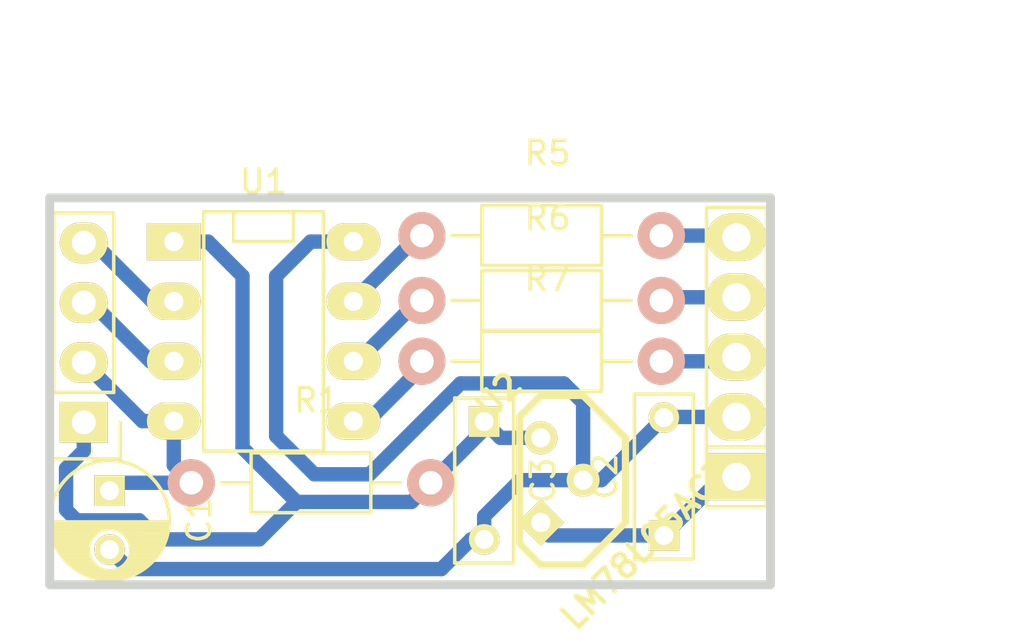
<source format=kicad_pcb>
(kicad_pcb (version 4) (host pcbnew 0.201510050346+6245~30~ubuntu14.04.1-product)

  (general
    (links 22)
    (no_connects 0)
    (area 130.152139 127.027939 161.124901 143.827501)
    (thickness 1.6002)
    (drawings 7)
    (tracks 71)
    (zones 0)
    (modules 11)
    (nets 13)
  )

  (page A4)
  (title_block
    (date "7 feb 2014")
  )

  (layers
    (0 Front signal)
    (31 Back signal)
    (32 B.Adhes user)
    (33 F.Adhes user)
    (34 B.Paste user)
    (35 F.Paste user)
    (36 B.SilkS user)
    (37 F.SilkS user)
    (38 B.Mask user)
    (39 F.Mask user)
    (40 Dwgs.User user)
    (44 Edge.Cuts user)
    (45 Margin user)
    (46 B.CrtYd user hide)
    (48 B.Fab user)
    (49 F.Fab user)
  )

  (setup
    (last_trace_width 0.6096)
    (trace_clearance 0.1)
    (zone_clearance 0.254)
    (zone_45_only yes)
    (trace_min 0.2032)
    (segment_width 0.1)
    (edge_width 0.381)
    (via_size 0.889)
    (via_drill 0.635)
    (via_min_size 0.889)
    (via_min_drill 0.508)
    (uvia_size 0.508)
    (uvia_drill 0.127)
    (uvias_allowed no)
    (uvia_min_size 0.508)
    (uvia_min_drill 0.127)
    (pcb_text_width 0.3048)
    (pcb_text_size 1.524 2.032)
    (mod_edge_width 0.381)
    (mod_text_size 1.524 1.524)
    (mod_text_width 0.3048)
    (pad_size 2 2.5)
    (pad_drill 1.2)
    (pad_to_mask_clearance 0.254)
    (aux_axis_origin 0 0)
    (visible_elements FFFEDBBF)
    (pcbplotparams
      (layerselection 0x0100f_80000001)
      (usegerberextensions false)
      (excludeedgelayer false)
      (linewidth 0.150000)
      (plotframeref false)
      (viasonmask false)
      (mode 1)
      (useauxorigin false)
      (hpglpennumber 1)
      (hpglpenspeed 20)
      (hpglpendiameter 15)
      (hpglpenoverlay 0)
      (psnegative false)
      (psa4output false)
      (plotreference true)
      (plotvalue true)
      (plotinvisibletext false)
      (padsonsilk true)
      (subtractmaskfromsilk false)
      (outputformat 5)
      (mirror false)
      (drillshape 0)
      (scaleselection 1)
      (outputdirectory /home/nail/tmp/plot/))
  )

  (net 0 "")
  (net 1 +5V)
  (net 2 GND)
  (net 3 POWER_CTL)
  (net 4 "Net-(R7-Pad1)")
  (net 5 DataOut)
  (net 6 "Net-(R5-Pad1)")
  (net 7 "Net-(R6-Pad1)")
  (net 8 RESET)
  (net 9 PJRC)
  (net 10 ARCHOS)
  (net 11 CLK-PRG_DATA)
  (net 12 DataIn-PRG_CLK)

  (net_class Default "This is the default net class."
    (clearance 0.1)
    (trace_width 0.6096)
    (via_dia 0.889)
    (via_drill 0.635)
    (uvia_dia 0.508)
    (uvia_drill 0.127)
    (add_net +5V)
    (add_net ARCHOS)
    (add_net CLK-PRG_DATA)
    (add_net DataIn-PRG_CLK)
    (add_net DataOut)
    (add_net GND)
    (add_net "Net-(R5-Pad1)")
    (add_net "Net-(R6-Pad1)")
    (add_net "Net-(R7-Pad1)")
    (add_net PJRC)
    (add_net POWER_CTL)
    (add_net RESET)
  )

  (net_class GND ""
    (clearance 0.1)
    (trace_width 1.39192)
    (via_dia 0.889)
    (via_drill 0.635)
    (uvia_dia 0.508)
    (uvia_drill 0.127)
  )

  (module Pin_Headers:Pin_Header_Straight_1x05 (layer Front) (tedit 543F8C26) (tstamp 546CCFAD)
    (at 159.4866 133.97484 90)
    (descr "Through hole pin header")
    (tags "pin header")
    (path /542D55A4)
    (fp_text reference RADIO1 (at 0 -2.286 90) (layer F.SilkS) hide
      (effects (font (size 1.27 1.27) (thickness 0.2032)))
    )
    (fp_text value CONN_01X05 (at 0 0 90) (layer F.SilkS) hide
      (effects (font (size 1.27 1.27) (thickness 0.2032)))
    )
    (fp_line (start -3.81 -1.27) (end 6.35 -1.27) (layer F.SilkS) (width 0.15))
    (fp_line (start 6.35 -1.27) (end 6.35 1.27) (layer F.SilkS) (width 0.15))
    (fp_line (start 6.35 1.27) (end -3.81 1.27) (layer F.SilkS) (width 0.15))
    (fp_line (start -6.35 -1.27) (end -3.81 -1.27) (layer F.SilkS) (width 0.15))
    (fp_line (start -3.81 -1.27) (end -3.81 1.27) (layer F.SilkS) (width 0.15))
    (fp_line (start -6.35 -1.27) (end -6.35 1.27) (layer F.SilkS) (width 0.15))
    (fp_line (start -6.35 1.27) (end -3.81 1.27) (layer F.SilkS) (width 0.15))
    (pad 1 thru_hole rect (at -5.08 0 90) (size 2 2.5) (drill 1.2) (layers *.Cu *.Mask F.SilkS)
      (net 3 POWER_CTL))
    (pad 2 thru_hole oval (at -2.54 0 90) (size 2 2.5) (drill 1.2) (layers *.Cu *.Mask F.SilkS)
      (net 2 GND))
    (pad 3 thru_hole oval (at 0 0 90) (size 2 2.5) (drill 1.2) (layers *.Cu *.Mask F.SilkS)
      (net 5 DataOut))
    (pad 4 thru_hole oval (at 2.54 0 90) (size 2 2.5) (drill 1.2) (layers *.Cu *.Mask F.SilkS)
      (net 12 DataIn-PRG_CLK))
    (pad 5 thru_hole oval (at 5.08 0 90) (size 2 2.5) (drill 1.2) (layers *.Cu *.Mask F.SilkS)
      (net 11 CLK-PRG_DATA))
    (model Pin_Headers/Pin_Header_Straight_1x05.wrl
      (at (xyz 0 0 0))
      (scale (xyz 1 1 1))
      (rotate (xyz 0 0 0))
    )
  )

  (module Pin_Headers:Pin_Header_Straight_1x04 (layer Front) (tedit 55C8702A) (tstamp 559FD40A)
    (at 131.79044 136.74344 180)
    (descr "Through hole pin header")
    (tags "pin header")
    (path /542D83A2)
    (fp_text reference ICSP_UART1 (at -0.00762 9.3218 180) (layer F.SilkS) hide
      (effects (font (size 0.7 0.7) (thickness 0.1)))
    )
    (fp_text value CONN_01X04 (at 0 -3.1 180) (layer F.Fab) hide
      (effects (font (size 1 1) (thickness 0.15)))
    )
    (fp_line (start -1.75 -1.75) (end -1.75 9.4) (layer F.CrtYd) (width 0.05))
    (fp_line (start 1.75 -1.75) (end 1.75 9.4) (layer F.CrtYd) (width 0.05))
    (fp_line (start -1.75 -1.75) (end 1.75 -1.75) (layer F.CrtYd) (width 0.05))
    (fp_line (start -1.75 9.4) (end 1.75 9.4) (layer F.CrtYd) (width 0.05))
    (fp_line (start -1.27 1.27) (end -1.27 8.89) (layer F.SilkS) (width 0.15))
    (fp_line (start 1.27 1.27) (end 1.27 8.89) (layer F.SilkS) (width 0.15))
    (fp_line (start 1.55 -1.55) (end 1.55 0) (layer F.SilkS) (width 0.15))
    (fp_line (start -1.27 8.89) (end 1.27 8.89) (layer F.SilkS) (width 0.15))
    (fp_line (start 1.27 1.27) (end -1.27 1.27) (layer F.SilkS) (width 0.15))
    (fp_line (start -1.55 0) (end -1.55 -1.55) (layer F.SilkS) (width 0.15))
    (fp_line (start -1.55 -1.55) (end 1.55 -1.55) (layer F.SilkS) (width 0.15))
    (pad 1 thru_hole rect (at 0 0 180) (size 2.032 1.7272) (drill 1.016) (layers *.Cu *.Mask F.SilkS)
      (net 1 +5V))
    (pad 2 thru_hole oval (at 0 2.54 180) (size 2.032 1.7272) (drill 1.016) (layers *.Cu *.Mask F.SilkS)
      (net 8 RESET))
    (pad 3 thru_hole oval (at 0 5.08 180) (size 2.032 1.7272) (drill 1.016) (layers *.Cu *.Mask F.SilkS)
      (net 9 PJRC))
    (pad 4 thru_hole oval (at 0 7.62 180) (size 2.032 1.7272) (drill 1.016) (layers *.Cu *.Mask F.SilkS)
      (net 10 ARCHOS))
    (model Pin_Headers.3dshapes/Pin_Header_Straight_1x04.wrl
      (at (xyz 0 -0.15 0))
      (scale (xyz 1 1 1))
      (rotate (xyz 0 0 90))
    )
  )

  (module Capacitors_ThroughHole:C_Rect_L7_W2.5_P5 (layer Front) (tedit 0) (tstamp 55C4C250)
    (at 148.78304 136.71296 270)
    (descr "Film Capacitor Length 7mm x Width 2.5mm, Pitch 5mm")
    (tags Capacitor)
    (path /52E79ABE)
    (fp_text reference C3 (at 2.5 -2.5 270) (layer F.SilkS)
      (effects (font (size 1 1) (thickness 0.15)))
    )
    (fp_text value 100n (at 2.5 2.5 270) (layer F.Fab)
      (effects (font (size 1 1) (thickness 0.15)))
    )
    (fp_line (start -1.25 -1.5) (end 6.25 -1.5) (layer F.CrtYd) (width 0.05))
    (fp_line (start 6.25 -1.5) (end 6.25 1.5) (layer F.CrtYd) (width 0.05))
    (fp_line (start 6.25 1.5) (end -1.25 1.5) (layer F.CrtYd) (width 0.05))
    (fp_line (start -1.25 1.5) (end -1.25 -1.5) (layer F.CrtYd) (width 0.05))
    (fp_line (start -1 -1.25) (end 6 -1.25) (layer F.SilkS) (width 0.15))
    (fp_line (start 6 -1.25) (end 6 1.25) (layer F.SilkS) (width 0.15))
    (fp_line (start 6 1.25) (end -1 1.25) (layer F.SilkS) (width 0.15))
    (fp_line (start -1 1.25) (end -1 -1.25) (layer F.SilkS) (width 0.15))
    (pad 1 thru_hole rect (at 0 0 270) (size 1.3 1.3) (drill 0.8) (layers *.Cu *.Mask F.SilkS)
      (net 1 +5V))
    (pad 2 thru_hole circle (at 5 0 270) (size 1.3 1.3) (drill 0.8) (layers *.Cu *.Mask F.SilkS)
      (net 2 GND))
  )

  (module Capacitors_ThroughHole:C_Rect_L7_W2.5_P5 (layer Front) (tedit 0) (tstamp 55C4C10C)
    (at 156.40812 141.54404 90)
    (descr "Film Capacitor Length 7mm x Width 2.5mm, Pitch 5mm")
    (tags Capacitor)
    (path /52D02F40)
    (fp_text reference C2 (at 2.5 -2.5 90) (layer F.SilkS)
      (effects (font (size 1 1) (thickness 0.15)))
    )
    (fp_text value 100n (at 2.5 2.5 90) (layer F.Fab)
      (effects (font (size 1 1) (thickness 0.15)))
    )
    (fp_line (start -1.25 -1.5) (end 6.25 -1.5) (layer F.CrtYd) (width 0.05))
    (fp_line (start 6.25 -1.5) (end 6.25 1.5) (layer F.CrtYd) (width 0.05))
    (fp_line (start 6.25 1.5) (end -1.25 1.5) (layer F.CrtYd) (width 0.05))
    (fp_line (start -1.25 1.5) (end -1.25 -1.5) (layer F.CrtYd) (width 0.05))
    (fp_line (start -1 -1.25) (end 6 -1.25) (layer F.SilkS) (width 0.15))
    (fp_line (start 6 -1.25) (end 6 1.25) (layer F.SilkS) (width 0.15))
    (fp_line (start 6 1.25) (end -1 1.25) (layer F.SilkS) (width 0.15))
    (fp_line (start -1 1.25) (end -1 -1.25) (layer F.SilkS) (width 0.15))
    (pad 1 thru_hole rect (at 0 0 90) (size 1.3 1.3) (drill 0.8) (layers *.Cu *.Mask F.SilkS)
      (net 3 POWER_CTL))
    (pad 2 thru_hole circle (at 5 0 90) (size 1.3 1.3) (drill 0.8) (layers *.Cu *.Mask F.SilkS)
      (net 2 GND))
  )

  (module my_modules:TO92-STABIL (layer Front) (tedit 54258EBF) (tstamp 55C4C8BE)
    (at 151.18588 139.19708 225)
    (descr "Transistor TO92 brochage type BC237")
    (tags "TR TO92")
    (path /546C9D74)
    (fp_text reference U2 (at -1.27 3.81 225) (layer F.SilkS)
      (effects (font (size 1.016 1.016) (thickness 0.2032)))
    )
    (fp_text value LM78L05ACZ (at -1.27 -5.08 225) (layer F.SilkS)
      (effects (font (size 1.016 1.016) (thickness 0.2032)))
    )
    (fp_line (start -1.27 2.54) (end 2.54 -1.27) (layer F.SilkS) (width 0.3048))
    (fp_line (start 2.54 -1.27) (end 2.54 -2.54) (layer F.SilkS) (width 0.3048))
    (fp_line (start 2.54 -2.54) (end 1.27 -3.81) (layer F.SilkS) (width 0.3048))
    (fp_line (start 1.27 -3.81) (end -1.27 -3.81) (layer F.SilkS) (width 0.3048))
    (fp_line (start -1.27 -3.81) (end -3.81 -1.27) (layer F.SilkS) (width 0.3048))
    (fp_line (start -3.81 -1.27) (end -3.81 1.27) (layer F.SilkS) (width 0.3048))
    (fp_line (start -3.81 1.27) (end -2.54 2.54) (layer F.SilkS) (width 0.3048))
    (fp_line (start -2.54 2.54) (end -1.27 2.54) (layer F.SilkS) (width 0.3048))
    (pad VI thru_hole rect (at 1.27 -1.27 225) (size 1.397 1.397) (drill 0.8128) (layers *.Cu *.Mask F.SilkS)
      (net 3 POWER_CTL))
    (pad GND thru_hole circle (at -1.27 -1.27 225) (size 1.397 1.397) (drill 0.8128) (layers *.Cu *.Mask F.SilkS)
      (net 2 GND))
    (pad VO thru_hole circle (at -1.27 1.27 225) (size 1.397 1.397) (drill 0.8128) (layers *.Cu *.Mask F.SilkS)
      (net 1 +5V))
    (model discret/to98.wrl
      (at (xyz 0 0 0))
      (scale (xyz 1 1 1))
      (rotate (xyz 0 0 0))
    )
  )

  (module Sockets_DIP:DIP-8__300_ELL (layer Front) (tedit 0) (tstamp 546CCF7E)
    (at 139.4206 132.88264 270)
    (descr "8 pins DIL package, elliptical pads")
    (tags DIL)
    (path /52D02953)
    (fp_text reference U1 (at -6.35 0 360) (layer F.SilkS)
      (effects (font (size 1 1) (thickness 0.15)))
    )
    (fp_text value PIC12F629 (at 0 0 270) (layer F.Fab)
      (effects (font (size 1 1) (thickness 0.15)))
    )
    (fp_line (start -5.08 -1.27) (end -3.81 -1.27) (layer F.SilkS) (width 0.15))
    (fp_line (start -3.81 -1.27) (end -3.81 1.27) (layer F.SilkS) (width 0.15))
    (fp_line (start -3.81 1.27) (end -5.08 1.27) (layer F.SilkS) (width 0.15))
    (fp_line (start -5.08 -2.54) (end 5.08 -2.54) (layer F.SilkS) (width 0.15))
    (fp_line (start 5.08 -2.54) (end 5.08 2.54) (layer F.SilkS) (width 0.15))
    (fp_line (start 5.08 2.54) (end -5.08 2.54) (layer F.SilkS) (width 0.15))
    (fp_line (start -5.08 2.54) (end -5.08 -2.54) (layer F.SilkS) (width 0.15))
    (pad 1 thru_hole rect (at -3.81 3.81 270) (size 1.5748 2.286) (drill 0.8128) (layers *.Cu *.Mask F.SilkS)
      (net 1 +5V))
    (pad 2 thru_hole oval (at -1.27 3.81 270) (size 1.5748 2.286) (drill 0.8128) (layers *.Cu *.Mask F.SilkS)
      (net 10 ARCHOS))
    (pad 3 thru_hole oval (at 1.27 3.81 270) (size 1.5748 2.286) (drill 0.8128) (layers *.Cu *.Mask F.SilkS)
      (net 9 PJRC))
    (pad 4 thru_hole oval (at 3.81 3.81 270) (size 1.5748 2.286) (drill 0.8128) (layers *.Cu *.Mask F.SilkS)
      (net 8 RESET))
    (pad 5 thru_hole oval (at 3.81 -3.81 270) (size 1.5748 2.286) (drill 0.8128) (layers *.Cu *.Mask F.SilkS)
      (net 4 "Net-(R7-Pad1)"))
    (pad 6 thru_hole oval (at 1.27 -3.81 270) (size 1.5748 2.286) (drill 0.8128) (layers *.Cu *.Mask F.SilkS)
      (net 7 "Net-(R6-Pad1)"))
    (pad 7 thru_hole oval (at -1.27 -3.81 270) (size 1.5748 2.286) (drill 0.8128) (layers *.Cu *.Mask F.SilkS)
      (net 6 "Net-(R5-Pad1)"))
    (pad 8 thru_hole oval (at -3.81 -3.81 270) (size 1.5748 2.286) (drill 0.8128) (layers *.Cu *.Mask F.SilkS)
      (net 2 GND))
    (model Sockets_DIP.3dshapes/DIP-8__300_ELL.wrl
      (at (xyz 0 0 0))
      (scale (xyz 1 1 1))
      (rotate (xyz 0 0 0))
    )
  )

  (module Resistors_ThroughHole:Resistor_Horizontal_RM10mm (layer Front) (tedit 53F56209) (tstamp 55C4C150)
    (at 151.22144 134.15264)
    (descr "Resistor, Axial,  RM 10mm, 1/3W,")
    (tags "Resistor, Axial, RM 10mm, 1/3W,")
    (path /52D02B05)
    (fp_text reference R7 (at 0.24892 -3.50012) (layer F.SilkS)
      (effects (font (size 1 1) (thickness 0.15)))
    )
    (fp_text value 3k3 (at 3.81 3.81) (layer F.Fab)
      (effects (font (size 1 1) (thickness 0.15)))
    )
    (fp_line (start -2.54 -1.27) (end 2.54 -1.27) (layer F.SilkS) (width 0.15))
    (fp_line (start 2.54 -1.27) (end 2.54 1.27) (layer F.SilkS) (width 0.15))
    (fp_line (start 2.54 1.27) (end -2.54 1.27) (layer F.SilkS) (width 0.15))
    (fp_line (start -2.54 1.27) (end -2.54 -1.27) (layer F.SilkS) (width 0.15))
    (fp_line (start -2.54 0) (end -3.81 0) (layer F.SilkS) (width 0.15))
    (fp_line (start 2.54 0) (end 3.81 0) (layer F.SilkS) (width 0.15))
    (pad 1 thru_hole circle (at -5.08 0) (size 1.99898 1.99898) (drill 1.00076) (layers *.Cu *.SilkS *.Mask)
      (net 4 "Net-(R7-Pad1)"))
    (pad 2 thru_hole circle (at 5.08 0) (size 1.99898 1.99898) (drill 1.00076) (layers *.Cu *.SilkS *.Mask)
      (net 5 DataOut))
    (model Resistors_ThroughHole.3dshapes/Resistor_Horizontal_RM10mm.wrl
      (at (xyz 0 0 0))
      (scale (xyz 0.4 0.4 0.4))
      (rotate (xyz 0 0 0))
    )
  )

  (module Resistors_ThroughHole:Resistor_Horizontal_RM10mm (layer Front) (tedit 53F56209) (tstamp 55C4C145)
    (at 151.22144 131.572)
    (descr "Resistor, Axial,  RM 10mm, 1/3W,")
    (tags "Resistor, Axial, RM 10mm, 1/3W,")
    (path /52D02ABB)
    (fp_text reference R6 (at 0.24892 -3.50012) (layer F.SilkS)
      (effects (font (size 1 1) (thickness 0.15)))
    )
    (fp_text value 3k3 (at 3.81 3.81) (layer F.Fab)
      (effects (font (size 1 1) (thickness 0.15)))
    )
    (fp_line (start -2.54 -1.27) (end 2.54 -1.27) (layer F.SilkS) (width 0.15))
    (fp_line (start 2.54 -1.27) (end 2.54 1.27) (layer F.SilkS) (width 0.15))
    (fp_line (start 2.54 1.27) (end -2.54 1.27) (layer F.SilkS) (width 0.15))
    (fp_line (start -2.54 1.27) (end -2.54 -1.27) (layer F.SilkS) (width 0.15))
    (fp_line (start -2.54 0) (end -3.81 0) (layer F.SilkS) (width 0.15))
    (fp_line (start 2.54 0) (end 3.81 0) (layer F.SilkS) (width 0.15))
    (pad 1 thru_hole circle (at -5.08 0) (size 1.99898 1.99898) (drill 1.00076) (layers *.Cu *.SilkS *.Mask)
      (net 7 "Net-(R6-Pad1)"))
    (pad 2 thru_hole circle (at 5.08 0) (size 1.99898 1.99898) (drill 1.00076) (layers *.Cu *.SilkS *.Mask)
      (net 12 DataIn-PRG_CLK))
    (model Resistors_ThroughHole.3dshapes/Resistor_Horizontal_RM10mm.wrl
      (at (xyz 0 0 0))
      (scale (xyz 0.4 0.4 0.4))
      (rotate (xyz 0 0 0))
    )
  )

  (module Resistors_ThroughHole:Resistor_Horizontal_RM10mm (layer Front) (tedit 53F56209) (tstamp 55C4C12E)
    (at 151.22144 128.81864)
    (descr "Resistor, Axial,  RM 10mm, 1/3W,")
    (tags "Resistor, Axial, RM 10mm, 1/3W,")
    (path /52D02AC2)
    (fp_text reference R5 (at 0.24892 -3.50012) (layer F.SilkS)
      (effects (font (size 1 1) (thickness 0.15)))
    )
    (fp_text value 3k3 (at 3.81 3.81) (layer F.Fab)
      (effects (font (size 1 1) (thickness 0.15)))
    )
    (fp_line (start -2.54 -1.27) (end 2.54 -1.27) (layer F.SilkS) (width 0.15))
    (fp_line (start 2.54 -1.27) (end 2.54 1.27) (layer F.SilkS) (width 0.15))
    (fp_line (start 2.54 1.27) (end -2.54 1.27) (layer F.SilkS) (width 0.15))
    (fp_line (start -2.54 1.27) (end -2.54 -1.27) (layer F.SilkS) (width 0.15))
    (fp_line (start -2.54 0) (end -3.81 0) (layer F.SilkS) (width 0.15))
    (fp_line (start 2.54 0) (end 3.81 0) (layer F.SilkS) (width 0.15))
    (pad 1 thru_hole circle (at -5.08 0) (size 1.99898 1.99898) (drill 1.00076) (layers *.Cu *.SilkS *.Mask)
      (net 6 "Net-(R5-Pad1)"))
    (pad 2 thru_hole circle (at 5.08 0) (size 1.99898 1.99898) (drill 1.00076) (layers *.Cu *.SilkS *.Mask)
      (net 11 CLK-PRG_DATA))
    (model Resistors_ThroughHole.3dshapes/Resistor_Horizontal_RM10mm.wrl
      (at (xyz 0 0 0))
      (scale (xyz 0.4 0.4 0.4))
      (rotate (xyz 0 0 0))
    )
  )

  (module Capacitors_ThroughHole:C_Radial_D5_L11_P2.5 (layer Front) (tedit 0) (tstamp 55C4C10B)
    (at 132.88264 139.64412 270)
    (descr "Radial Electrolytic Capacitor Diameter 5mm x Length 11mm, Pitch 2.5mm")
    (tags "Electrolytic Capacitor")
    (path /55C4B796)
    (fp_text reference C1 (at 1.25 -3.8 270) (layer F.SilkS)
      (effects (font (size 1 1) (thickness 0.15)))
    )
    (fp_text value 1uF/6.3V (at 1.25 3.8 270) (layer F.Fab)
      (effects (font (size 1 1) (thickness 0.15)))
    )
    (fp_line (start 1.325 -2.499) (end 1.325 2.499) (layer F.SilkS) (width 0.15))
    (fp_line (start 1.465 -2.491) (end 1.465 2.491) (layer F.SilkS) (width 0.15))
    (fp_line (start 1.605 -2.475) (end 1.605 -0.095) (layer F.SilkS) (width 0.15))
    (fp_line (start 1.605 0.095) (end 1.605 2.475) (layer F.SilkS) (width 0.15))
    (fp_line (start 1.745 -2.451) (end 1.745 -0.49) (layer F.SilkS) (width 0.15))
    (fp_line (start 1.745 0.49) (end 1.745 2.451) (layer F.SilkS) (width 0.15))
    (fp_line (start 1.885 -2.418) (end 1.885 -0.657) (layer F.SilkS) (width 0.15))
    (fp_line (start 1.885 0.657) (end 1.885 2.418) (layer F.SilkS) (width 0.15))
    (fp_line (start 2.025 -2.377) (end 2.025 -0.764) (layer F.SilkS) (width 0.15))
    (fp_line (start 2.025 0.764) (end 2.025 2.377) (layer F.SilkS) (width 0.15))
    (fp_line (start 2.165 -2.327) (end 2.165 -0.835) (layer F.SilkS) (width 0.15))
    (fp_line (start 2.165 0.835) (end 2.165 2.327) (layer F.SilkS) (width 0.15))
    (fp_line (start 2.305 -2.266) (end 2.305 -0.879) (layer F.SilkS) (width 0.15))
    (fp_line (start 2.305 0.879) (end 2.305 2.266) (layer F.SilkS) (width 0.15))
    (fp_line (start 2.445 -2.196) (end 2.445 -0.898) (layer F.SilkS) (width 0.15))
    (fp_line (start 2.445 0.898) (end 2.445 2.196) (layer F.SilkS) (width 0.15))
    (fp_line (start 2.585 -2.114) (end 2.585 -0.896) (layer F.SilkS) (width 0.15))
    (fp_line (start 2.585 0.896) (end 2.585 2.114) (layer F.SilkS) (width 0.15))
    (fp_line (start 2.725 -2.019) (end 2.725 -0.871) (layer F.SilkS) (width 0.15))
    (fp_line (start 2.725 0.871) (end 2.725 2.019) (layer F.SilkS) (width 0.15))
    (fp_line (start 2.865 -1.908) (end 2.865 -0.823) (layer F.SilkS) (width 0.15))
    (fp_line (start 2.865 0.823) (end 2.865 1.908) (layer F.SilkS) (width 0.15))
    (fp_line (start 3.005 -1.78) (end 3.005 -0.745) (layer F.SilkS) (width 0.15))
    (fp_line (start 3.005 0.745) (end 3.005 1.78) (layer F.SilkS) (width 0.15))
    (fp_line (start 3.145 -1.631) (end 3.145 -0.628) (layer F.SilkS) (width 0.15))
    (fp_line (start 3.145 0.628) (end 3.145 1.631) (layer F.SilkS) (width 0.15))
    (fp_line (start 3.285 -1.452) (end 3.285 -0.44) (layer F.SilkS) (width 0.15))
    (fp_line (start 3.285 0.44) (end 3.285 1.452) (layer F.SilkS) (width 0.15))
    (fp_line (start 3.425 -1.233) (end 3.425 1.233) (layer F.SilkS) (width 0.15))
    (fp_line (start 3.565 -0.944) (end 3.565 0.944) (layer F.SilkS) (width 0.15))
    (fp_line (start 3.705 -0.472) (end 3.705 0.472) (layer F.SilkS) (width 0.15))
    (fp_circle (center 2.5 0) (end 2.5 -0.9) (layer F.SilkS) (width 0.15))
    (fp_circle (center 1.25 0) (end 1.25 -2.5375) (layer F.SilkS) (width 0.15))
    (fp_circle (center 1.25 0) (end 1.25 -2.8) (layer F.CrtYd) (width 0.05))
    (pad 1 thru_hole rect (at 0 0 270) (size 1.3 1.3) (drill 0.8) (layers *.Cu *.Mask F.SilkS)
      (net 8 RESET))
    (pad 2 thru_hole circle (at 2.5 0 270) (size 1.3 1.3) (drill 0.8) (layers *.Cu *.Mask F.SilkS)
      (net 2 GND))
    (model Capacitors_ThroughHole.3dshapes/C_Radial_D5_L11_P2.5.wrl
      (at (xyz 0.049213 0 0))
      (scale (xyz 1 1 1))
      (rotate (xyz 0 0 90))
    )
  )

  (module Resistors_ThroughHole:Resistor_Horizontal_RM10mm (layer Front) (tedit 53F56209) (tstamp 55C4C117)
    (at 141.43228 139.30884)
    (descr "Resistor, Axial,  RM 10mm, 1/3W,")
    (tags "Resistor, Axial, RM 10mm, 1/3W,")
    (path /52D03054)
    (fp_text reference R1 (at 0.24892 -3.50012) (layer F.SilkS)
      (effects (font (size 1 1) (thickness 0.15)))
    )
    (fp_text value 10k (at 3.81 3.81) (layer F.Fab)
      (effects (font (size 1 1) (thickness 0.15)))
    )
    (fp_line (start -2.54 -1.27) (end 2.54 -1.27) (layer F.SilkS) (width 0.15))
    (fp_line (start 2.54 -1.27) (end 2.54 1.27) (layer F.SilkS) (width 0.15))
    (fp_line (start 2.54 1.27) (end -2.54 1.27) (layer F.SilkS) (width 0.15))
    (fp_line (start -2.54 1.27) (end -2.54 -1.27) (layer F.SilkS) (width 0.15))
    (fp_line (start -2.54 0) (end -3.81 0) (layer F.SilkS) (width 0.15))
    (fp_line (start 2.54 0) (end 3.81 0) (layer F.SilkS) (width 0.15))
    (pad 1 thru_hole circle (at -5.08 0) (size 1.99898 1.99898) (drill 1.00076) (layers *.Cu *.SilkS *.Mask)
      (net 8 RESET))
    (pad 2 thru_hole circle (at 5.08 0) (size 1.99898 1.99898) (drill 1.00076) (layers *.Cu *.SilkS *.Mask)
      (net 1 +5V))
    (model Resistors_ThroughHole.3dshapes/Resistor_Horizontal_RM10mm.wrl
      (at (xyz 0 0 0))
      (scale (xyz 0.4 0.4 0.4))
      (rotate (xyz 0 0 0))
    )
  )

  (dimension 16.261464 (width 0.3048) (layer Dwgs.User)
    (gr_text "16.261 mm" (at 165.073676 135.397116 270.3937792) (layer Dwgs.User)
      (effects (font (size 2.032 1.524) (thickness 0.3048)))
    )
    (feature1 (pts (xy 161.04616 143.55572) (xy 166.755118 143.516484)))
    (feature2 (pts (xy 160.9344 127.29464) (xy 166.643358 127.255404)))
    (crossbar (pts (xy 163.392235 127.277748) (xy 163.503995 143.538828)))
    (arrow1a (pts (xy 163.503995 143.538828) (xy 162.909846 142.416381)))
    (arrow1b (pts (xy 163.503995 143.538828) (xy 164.08266 142.408321)))
    (arrow2a (pts (xy 163.392235 127.277748) (xy 162.81357 128.408255)))
    (arrow2b (pts (xy 163.392235 127.277748) (xy 163.986384 128.400195)))
  )
  (dimension 30.56636 (width 0.3048) (layer Dwgs.User)
    (gr_text "30.566 mm" (at 145.7071 121.25452) (layer Dwgs.User)
      (effects (font (size 2.032 1.524) (thickness 0.3048)))
    )
    (feature1 (pts (xy 160.99028 127.18288) (xy 160.99028 119.62892)))
    (feature2 (pts (xy 130.42392 127.18288) (xy 130.42392 119.62892)))
    (crossbar (pts (xy 130.42392 122.88012) (xy 160.99028 122.88012)))
    (arrow1a (pts (xy 160.99028 122.88012) (xy 159.863776 123.466541)))
    (arrow1b (pts (xy 160.99028 122.88012) (xy 159.863776 122.293699)))
    (arrow2a (pts (xy 130.42392 122.88012) (xy 131.550424 123.466541)))
    (arrow2b (pts (xy 130.42392 122.88012) (xy 131.550424 122.293699)))
  )
  (gr_line (start 130.34264 127.21844) (end 130.34264 127.7874) (angle 90) (layer Edge.Cuts) (width 0.381))
  (gr_line (start 160.9344 127.21844) (end 130.34264 127.21844) (angle 90) (layer Edge.Cuts) (width 0.381))
  (gr_line (start 160.9344 143.637) (end 160.9344 127.21844) (angle 90) (layer Edge.Cuts) (width 0.381))
  (gr_line (start 130.34264 143.637) (end 160.9344 143.637) (angle 90) (layer Edge.Cuts) (width 0.381))
  (gr_line (start 130.34264 127.75184) (end 130.34264 143.637) (angle 90) (layer Edge.Cuts) (width 0.381))

  (segment (start 139.23264 141.71168) (end 140.82268 140.12164) (width 0.6096) (layer Back) (net 1) (tstamp 5615F380))
  (segment (start 134.9502 141.71168) (end 139.23264 141.71168) (width 0.6096) (layer Back) (net 1) (tstamp 5615F37F))
  (segment (start 134.14248 140.90396) (end 134.9502 141.71168) (width 0.6096) (layer Back) (net 1) (tstamp 5615F37E))
  (segment (start 131.48564 140.90396) (end 134.14248 140.90396) (width 0.6096) (layer Back) (net 1) (tstamp 5615F37D))
  (segment (start 131.0386 140.45692) (end 131.48564 140.90396) (width 0.6096) (layer Back) (net 1) (tstamp 5615F37C))
  (segment (start 131.0386 138.69924) (end 131.0386 140.45692) (width 0.6096) (layer Back) (net 1) (tstamp 5615F37B))
  (segment (start 131.79044 137.9474) (end 131.0386 138.69924) (width 0.6096) (layer Back) (net 1) (tstamp 5615F37A))
  (segment (start 131.79044 136.74344) (end 131.79044 137.9474) (width 0.6096) (layer Back) (net 1))
  (segment (start 148.78304 137.03808) (end 146.51228 139.30884) (width 0.6096) (layer Back) (net 1) (tstamp 5615F366))
  (segment (start 148.78304 136.71296) (end 148.78304 137.03808) (width 0.6096) (layer Back) (net 1))
  (segment (start 149.471109 137.401029) (end 148.78304 136.71296) (width 0.6096) (layer Back) (net 1) (tstamp 5615F363))
  (segment (start 151.18588 137.401029) (end 149.471109 137.401029) (width 0.6096) (layer Back) (net 1))
  (segment (start 146.51228 139.30884) (end 146.51228 139.41552) (width 0.6096) (layer Back) (net 1))
  (segment (start 135.6106 129.07264) (end 137.06348 129.07264) (width 0.6096) (layer Back) (net 1))
  (segment (start 145.69948 140.12164) (end 146.51228 139.30884) (width 0.6096) (layer Back) (net 1) (tstamp 5615F2EC))
  (segment (start 140.82268 140.12164) (end 145.69948 140.12164) (width 0.6096) (layer Back) (net 1) (tstamp 5615F2EB))
  (segment (start 138.52652 137.82548) (end 140.82268 140.12164) (width 0.6096) (layer Back) (net 1) (tstamp 5615F2EA))
  (segment (start 138.52652 130.53568) (end 138.52652 137.82548) (width 0.6096) (layer Back) (net 1) (tstamp 5615F2E9))
  (segment (start 137.06348 129.07264) (end 138.52652 130.53568) (width 0.6096) (layer Back) (net 1) (tstamp 5615F2E8))
  (segment (start 133.71004 142.97152) (end 132.88264 142.14412) (width 0.6096) (layer Back) (net 2) (tstamp 5615F377))
  (segment (start 146.9644 142.97152) (end 133.71004 142.97152) (width 0.6096) (layer Back) (net 2) (tstamp 5615F376))
  (segment (start 148.22296 141.71296) (end 146.9644 142.97152) (width 0.6096) (layer Back) (net 2) (tstamp 5615F375))
  (segment (start 148.78304 141.71296) (end 148.22296 141.71296) (width 0.6096) (layer Back) (net 2))
  (segment (start 150.3172 139.19708) (end 152.981931 139.19708) (width 0.6096) (layer Back) (net 2) (tstamp 5615F372))
  (segment (start 148.78304 140.73124) (end 150.3172 139.19708) (width 0.6096) (layer Back) (net 2) (tstamp 5615F371))
  (segment (start 148.78304 141.71296) (end 148.78304 140.73124) (width 0.6096) (layer Back) (net 2))
  (segment (start 153.75508 139.19708) (end 156.40812 136.54404) (width 0.6096) (layer Back) (net 2) (tstamp 5615F360))
  (segment (start 152.981931 139.19708) (end 153.75508 139.19708) (width 0.6096) (layer Back) (net 2))
  (segment (start 152.981931 135.908051) (end 152.981931 139.19708) (width 0.6096) (layer Back) (net 2) (tstamp 5615F35D))
  (segment (start 152.16632 135.09244) (end 152.981931 135.908051) (width 0.6096) (layer Back) (net 2) (tstamp 5615F35C))
  (segment (start 147.7772 135.09244) (end 152.16632 135.09244) (width 0.6096) (layer Back) (net 2) (tstamp 5615F35A))
  (segment (start 143.92148 138.94816) (end 147.7772 135.09244) (width 0.6096) (layer Back) (net 2) (tstamp 5615F359))
  (segment (start 141.57452 138.94816) (end 143.92148 138.94816) (width 0.6096) (layer Back) (net 2) (tstamp 5615F358))
  (segment (start 139.954 137.32764) (end 141.57452 138.94816) (width 0.6096) (layer Back) (net 2) (tstamp 5615F357))
  (segment (start 139.954 130.53568) (end 139.954 137.32764) (width 0.6096) (layer Back) (net 2) (tstamp 5615F356))
  (segment (start 141.41704 129.07264) (end 139.954 130.53568) (width 0.6096) (layer Back) (net 2) (tstamp 5615F355))
  (segment (start 143.2306 129.07264) (end 141.41704 129.07264) (width 0.6096) (layer Back) (net 2))
  (segment (start 159.4866 136.51484) (end 156.43732 136.51484) (width 0.6096) (layer Back) (net 2))
  (segment (start 156.43732 136.51484) (end 156.40812 136.54404) (width 0.6096) (layer Back) (net 2) (tstamp 5615F0A4))
  (segment (start 151.52116 141.54404) (end 156.40812 141.54404) (width 0.6096) (layer Back) (net 3) (tstamp 5615F36E))
  (segment (start 151.18588 141.20876) (end 151.52116 141.54404) (width 0.6096) (layer Back) (net 3) (tstamp 5615F36D))
  (segment (start 151.18588 140.993131) (end 151.18588 141.20876) (width 0.6096) (layer Back) (net 3))
  (segment (start 159.4866 139.05484) (end 158.89732 139.05484) (width 0.6096) (layer Back) (net 3))
  (segment (start 158.89732 139.05484) (end 156.40812 141.54404) (width 0.6096) (layer Back) (net 3) (tstamp 5615F15B))
  (segment (start 146.14144 134.15264) (end 146.14144 134.3914) (width 0.6096) (layer Back) (net 4))
  (segment (start 146.14144 134.3914) (end 143.8402 136.69264) (width 0.6096) (layer Back) (net 4) (tstamp 5615F225))
  (segment (start 143.8402 136.69264) (end 143.2306 136.69264) (width 0.6096) (layer Back) (net 4) (tstamp 5615F226))
  (segment (start 156.30144 134.15264) (end 159.3088 134.15264) (width 0.6096) (layer Back) (net 5))
  (segment (start 159.3088 134.15264) (end 159.4866 133.97484) (width 0.6096) (layer Back) (net 5) (tstamp 5615F237))
  (segment (start 143.2306 131.61264) (end 143.2306 131.58724) (width 0.6096) (layer Back) (net 6))
  (segment (start 143.2306 131.58724) (end 145.9992 128.81864) (width 0.6096) (layer Back) (net 6) (tstamp 5615F22D))
  (segment (start 145.9992 128.81864) (end 146.14144 128.81864) (width 0.6096) (layer Back) (net 6) (tstamp 5615F22E))
  (segment (start 143.2306 134.15264) (end 143.4084 134.15264) (width 0.6096) (layer Back) (net 7))
  (segment (start 143.4084 134.15264) (end 145.98904 131.572) (width 0.6096) (layer Back) (net 7) (tstamp 5615F229))
  (segment (start 145.98904 131.572) (end 146.14144 131.572) (width 0.6096) (layer Back) (net 7) (tstamp 5615F22A))
  (segment (start 133.21792 139.30884) (end 132.88264 139.64412) (width 0.6096) (layer Back) (net 8) (tstamp 5615F386))
  (segment (start 136.35228 139.30884) (end 133.21792 139.30884) (width 0.6096) (layer Back) (net 8))
  (segment (start 135.6106 138.56716) (end 136.35228 139.30884) (width 0.6096) (layer Back) (net 8) (tstamp 5615F383))
  (segment (start 135.6106 136.69264) (end 135.6106 138.56716) (width 0.6096) (layer Back) (net 8))
  (segment (start 135.6106 136.69264) (end 134.27964 136.69264) (width 0.6096) (layer Back) (net 8))
  (segment (start 134.27964 136.69264) (end 131.79044 134.20344) (width 0.6096) (layer Back) (net 8) (tstamp 5615F172))
  (segment (start 131.79044 131.66344) (end 132.12064 131.66344) (width 0.6096) (layer Back) (net 9))
  (segment (start 132.12064 131.66344) (end 134.60984 134.15264) (width 0.6096) (layer Back) (net 9) (tstamp 5615F189))
  (segment (start 134.60984 134.15264) (end 135.6106 134.15264) (width 0.6096) (layer Back) (net 9) (tstamp 5615F18A))
  (segment (start 135.6106 131.61264) (end 134.6962 131.61264) (width 0.6096) (layer Back) (net 10))
  (segment (start 134.6962 131.61264) (end 132.207 129.12344) (width 0.6096) (layer Back) (net 10) (tstamp 5615F183))
  (segment (start 132.207 129.12344) (end 131.79044 129.12344) (width 0.6096) (layer Back) (net 10) (tstamp 5615F184))
  (segment (start 156.30144 128.81864) (end 159.4104 128.81864) (width 0.6096) (layer Back) (net 11))
  (segment (start 159.4104 128.81864) (end 159.4866 128.89484) (width 0.6096) (layer Back) (net 11) (tstamp 5615F231))
  (segment (start 159.4866 131.43484) (end 156.4386 131.43484) (width 0.6096) (layer Back) (net 12))
  (segment (start 156.4386 131.43484) (end 156.30144 131.572) (width 0.6096) (layer Back) (net 12) (tstamp 5615F234))

)

</source>
